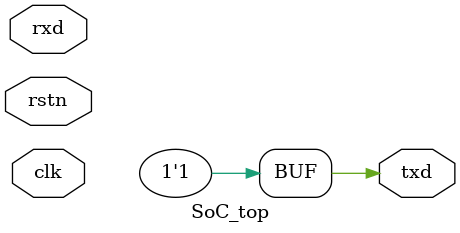
<source format=sv>
`timescale 1ns / 1ps


module SoC_top(
    input clk,
    input rstn,

    input rxd,
    output txd
    );

    wire inst_sram_en;
    wire [3:0]  inst_sram_wen;
    wire [31:0] inst_sram_addr;
    wire [31:0] inst_sram_wdata;
    wire [31:0] inst_sram_rdata;

    wire data_sram_en;
    wire [3:0]  data_sram_wen;
    wire [31:0] data_sram_addr;
    wire [31:0] data_sram_wdata;
    wire [31:0] data_sram_rdata;

    wire [31:0] debug_wb_pc;
    wire        debug_wb_rf_wen;
    wire [4:0]  debug_wb_rf_wnum;
    wire [31:0] debug_wb_rf_wdata;
    
    la32r_top  la32r_top_inst (
    .clk(clk),
    .rstn(rstn),
    // inst_sram
    .inst_sram_en(inst_sram_en),
    .inst_sram_wen(inst_sram_wen),
    .inst_sram_addr(inst_sram_addr),
    .inst_sram_wdata(inst_sram_wdata),
    .inst_sram_rdata(inst_sram_rdata),
    // data_sram
    .data_sram_en(data_sram_en),
    .data_sram_wen(data_sram_wen),
    .data_sram_addr(data_sram_addr),
    .data_sram_wdata(data_sram_wdata),
    .data_sram_rdata(data_sram_rdata),
    // debug
    .debug_wb_pc(debug_wb_pc),
    .debug_wb_rf_wen(debug_wb_rf_wen),
    .debug_wb_rf_wnum(debug_wb_rf_wnum),
    .debug_wb_rf_wdata(debug_wb_rf_wdata)
  );

  // inst_sram
  inst_mem inst_sram (
    .clka(clk),
    .ena(inst_sram_en),
    .wea(inst_sram_wen),
    .dina(inst_sram_wdata),
    .addra(inst_sram_addr[17:2]),
    .douta(inst_sram_rdata)
  );

  // data_sram
  data_mem data_sram (
    .clka(clk),
    .ena(data_sram_en),
    .wea(data_sram_wen),
    .dina(data_sram_wdata),
    .addra(data_sram_addr[17:2]),
    .douta(data_sram_rdata)
  );

  assign txd = 1'b1;


endmodule

</source>
